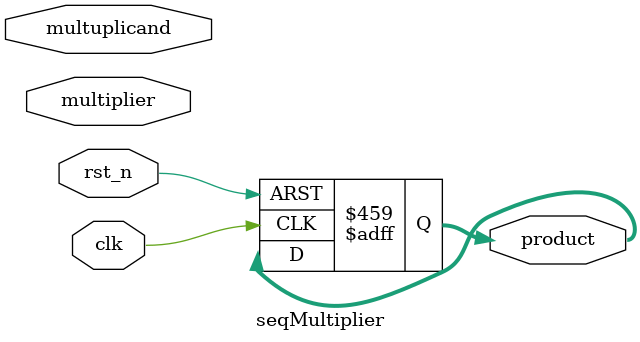
<source format=v>
module seqMultiplier (
    input [31:0] multuplicand,
    input [31:0] multiplier,
    input clk,
    input rst_n,
    output reg [63:0] product
);

    reg [31:0] A;
    reg [31:0] Q;
    reg [31:0] M;
    reg C;
    reg [31:0] temp;
    integer i;

    always @(posedge clk or negedge rst_n) begin
        if (!rst_n) begin
            // Reset on active low
            A <= 32'b0;
            Q <= multuplicand;
            M <= multiplier;
            C <= 1'b0;
            product <= 64'b0;
            i = 0;
        end
        else begin
            for (i = 0; i < 32; i = i + 1) begin
                if (Q[0] == 1) begin
                    {A, C} = M + Q;
                    {C, A, Q} = {C, A, Q} >> 1;
                end
                else begin
                    {C, A, Q} = {C, A, Q} >> 1;
                    {A, C} = M + Q;
                end
            end

            if (i < 32) begin
                product <= {A, Q};
            end
        end
    end

endmodule

</source>
